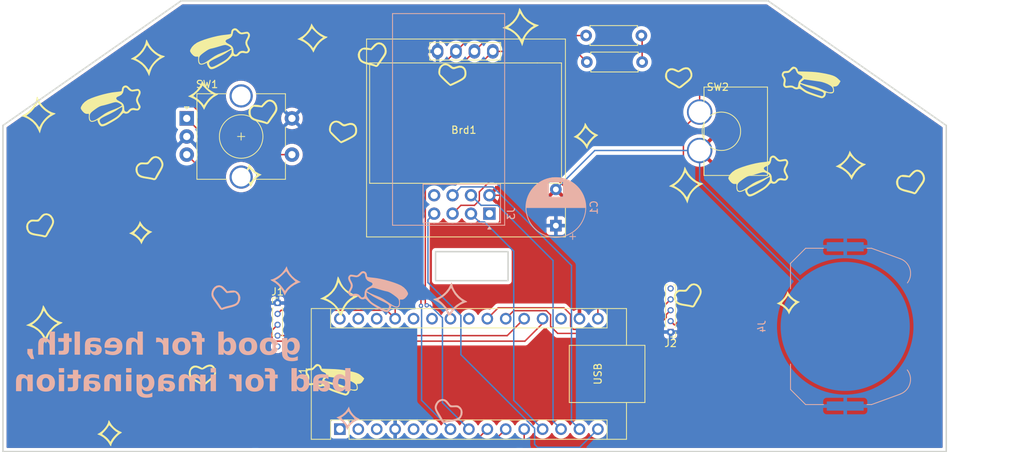
<source format=kicad_pcb>
(kicad_pcb (version 20241229) (generator "pcbnew") (generator_version "9.0")
  (layers (0 "F.Cu" signal) (2 "B.Cu" signal) (13 "F.Paste" user) (15 "B.Paste" user) (5 "F.SilkS" user "F.Silkscreen") (7 "B.SilkS" user "B.Silkscreen") (1 "F.Mask" user) (3 "B.Mask" user) (25 "Edge.Cuts" user))
  (net 0 "")
  (net 3 "GND")
  (net 7 "SCK")
  (net 9 "B")
  (net 10 "A1")
  (net 13 "MISO")
  (net 14 "VCC")
  (net 16 "A3")
  (net 17 "A0")
  (net 18 "CSN")
  (net 19 "+5V")
  (net 20 "S1")
  (net 23 "CE")
  (net 24 "A2")
  (net 25 "A")
  (net 26 "MOSI")
  (net 32 "Net-(A1-D5)")
  (net 33 "Net-(A1-D4)")
  (net 34 "+3.3V")
  (footprint "Rotary_Encoder:RotaryEncoder_Alps_EC11E-Switch_Vertical_H20mm_CircularMountingHoles" (layer "F.Cu") (at 129.3148 87.5284)
    (property "Reference" "SW1" (at 2.8 -4.7 0) (layer "F.SilkS"))
    (property "Value" "RotaryEncoder_Switch")
    (pad "A" thru_hole rect (at 0 0) (size 2 2) (drill 1) (layers "*.Cu" "*.Mask") (net 25 "A"))
    (pad "B" thru_hole circle (at 0 5) (size 2 2) (drill 1) (layers "*.Cu" "*.Mask") (net 9 "B"))
    (pad "C" thru_hole circle (at 0 2.5) (size 2 2) (drill 1) (layers "*.Cu" "*.Mask") (net 3 "GND"))
    (pad "MP" thru_hole circle (at 7.5 -3.1) (size 3.2 3.2) (drill 2.6) (layers "*.Cu" "*.Mask"))
    (pad "MP" thru_hole circle (at 7.5 8.1) (size 3.2 3.2) (drill 2.6) (layers "*.Cu" "*.Mask"))
    (pad "S1" thru_hole circle (at 14.5 5) (size 2 2) (drill 1) (layers "*.Cu" "*.Mask") (net 20 "S1"))
    (pad "S2" thru_hole circle (at 14.5 0) (size 2 2) (drill 1) (layers "*.Cu" "*.Mask") (net 3 "GND"))
  )
  (footprint "LOGO" (layer "F.Cu") (at 170.2816 82.6008)
    (property "Reference" "G***" (hide yes))
    (property "Value" "LOGO" (hide yes))
  )
  (footprint "Button_Switch_THT:SW_CW_GPTS203211B" (layer "F.Cu") (at 200 86.6564)
    (property "Reference" "SW2" (at 2.5 -3.45 0) (layer "F.SilkS"))
    (property "Value" "SW_SPST")
    (pad "1" thru_hole circle (at 0 0) (size 3.5 3.5) (drill 3) (layers "*.Cu" "*.Mask") (net 19 "+5V"))
    (pad "2" thru_hole circle (at 0 5.3) (size 3.5 3.5) (drill 3) (layers "*.Cu" "*.Mask") (net 14 "VCC"))
  )
  (footprint "Connector_PinHeader_1.00mm:PinHeader_1x05_P1.00mm_Vertical" (layer "F.Cu") (at 141.8336 113)
    (property "Reference" "J1" (at 0 -1.56 0) (layer "F.SilkS"))
    (property "Value" "KY_032_Joystick")
    (pad "1" thru_hole rect (at 0 0) (size 0.85 0.85) (drill 0.5) (layers "*.Cu" "*.Mask") (net 3 "GND"))
    (pad "2" thru_hole oval (at 0 1.5) (size 0.85 0.85) (drill 0.5) (layers "*.Cu" "*.Mask") (net 19 "+5V"))
    (pad "3" thru_hole oval (at 0 3) (size 0.85 0.85) (drill 0.5) (layers "*.Cu" "*.Mask") (net 17 "A0"))
    (pad "4" thru_hole oval (at 0 4.5) (size 0.85 0.85) (drill 0.5) (layers "*.Cu" "*.Mask") (net 10 "A1"))
    (pad "5" thru_hole oval (at 0 6) (size 0.85 0.85) (drill 0.5) (layers "*.Cu" "*.Mask"))
  )
  (footprint "Resistor_THT:R_Axial_DIN0207_L6.3mm_D2.5mm_P7.62mm_Horizontal" (layer "F.Cu") (at 184.4548 79.756)
    (property "Reference" "R2" (hide yes))
    (property "Value" "R" (hide yes))
    (pad "1" thru_hole circle (at 0 0) (size 1.6 1.6) (drill 0.8) (layers "*.Cu" "*.Mask") (net 32 "Net-(A1-D5)"))
    (pad "2" thru_hole oval (at 7.62 0) (size 1.6 1.6) (drill 0.8) (layers "*.Cu" "*.Mask") (net 34 "+3.3V"))
  )
  (footprint "LOGO" (layer "F.Cu") (at 155.213706 90.491192)
    (property "Reference" "G***" (hide yes))
    (property "Value" "LOGO" (hide yes))
  )
  (footprint "LOGO" (layer "F.Cu") (at 244.461711 100.162628)
    (property "Reference" "G***" (hide yes))
    (property "Value" "LOGO" (hide yes))
  )
  (footprint "Connector_PinHeader_1.00mm:PinHeader_1x05_P1.00mm_Vertical" (layer "F.Cu") (at 196 117 180)
    (property "Reference" "J2" (at 0 -1.56 0) (layer "F.SilkS"))
    (property "Value" "KY_032_Joystick")
    (pad "1" thru_hole rect (at 0 0 180) (size 0.85 0.85) (drill 0.5) (layers "*.Cu" "*.Mask") (net 3 "GND"))
    (pad "2" thru_hole oval (at 0 1.5 180) (size 0.85 0.85) (drill 0.5) (layers "*.Cu" "*.Mask") (net 19 "+5V"))
    (pad "3" thru_hole oval (at 0 3 180) (size 0.85 0.85) (drill 0.5) (layers "*.Cu" "*.Mask") (net 24 "A2"))
    (pad "4" thru_hole oval (at 0 4.5 180) (size 0.85 0.85) (drill 0.5) (layers "*.Cu" "*.Mask") (net 16 "A3"))
    (pad "5" thru_hole oval (at 0 6 180) (size 0.85 0.85) (drill 0.5) (layers "*.Cu" "*.Mask"))
  )
  (footprint "SSD1306:128x64OLED" (layer "F.Cu") (at 167.5008 88.8828)
    (property "Reference" "Brd1" (at 0 0.254 0) (layer "F.SilkS"))
    (property "Value" "SSD1306")
    (pad "1" thru_hole oval (at -3.62 -10.6 90) (size 2 1.6) (drill 1) (layers "*.Cu" "*.Mask") (net 3 "GND"))
    (pad "2" thru_hole oval (at -1.08 -10.6 90) (size 2 1.6) (drill 1) (layers "*.Cu" "*.Mask") (net 19 "+5V"))
    (pad "3" thru_hole oval (at 1.46 -10.6 90) (size 2 1.6) (drill 1) (layers "*.Cu" "*.Mask") (net 33 "Net-(A1-D4)"))
    (pad "4" thru_hole oval (at 4 -10.6 90) (size 2 1.6) (drill 1) (layers "*.Cu" "*.Mask") (net 32 "Net-(A1-D5)"))
  )
  (footprint "Resistor_THT:R_Axial_DIN0207_L6.3mm_D2.5mm_P7.62mm_Horizontal" (layer "F.Cu") (at 184.3532 76.0984)
    (property "Reference" "R1" (hide yes))
    (property "Value" "R" (hide yes))
    (pad "1" thru_hole circle (at 0 0) (size 1.6 1.6) (drill 0.8) (layers "*.Cu" "*.Mask") (net 33 "Net-(A1-D4)"))
    (pad "2" thru_hole oval (at 7.62 0) (size 1.6 1.6) (drill 0.8) (layers "*.Cu" "*.Mask") (net 34 "+3.3V"))
  )
  (footprint "Module:Arduino_Nano" (layer "F.Cu") (at 150.4188 130.4036 90)
    (property "Reference" "A1" (at 7.62 -5.08 90) (layer "F.SilkS"))
    (property "Value" "Arduino_Nano_v3.x")
    (fp_text user "USB" (at 7.62 35.56 90) (layer "F.SilkS"))
    (pad "1" thru_hole rect (at 0 0 90) (size 1.6 1.6) (drill 1) (layers "*.Cu" "*.Mask"))
    (pad "2" thru_hole oval (at 0 2.54 90) (size 1.6 1.6) (drill 1) (layers "*.Cu" "*.Mask"))
    (pad "3" thru_hole oval (at 0 5.08 90) (size 1.6 1.6) (drill 1) (layers "*.Cu" "*.Mask"))
    (pad "4" thru_hole oval (at 0 7.62 90) (size 1.6 1.6) (drill 1) (layers "*.Cu" "*.Mask") (net 3 "GND"))
    (pad "5" thru_hole oval (at 0 10.16 90) (size 1.6 1.6) (drill 1) (layers "*.Cu" "*.Mask"))
    (pad "6" thru_hole oval (at 0 12.7 90) (size 1.6 1.6) (drill 1) (layers "*.Cu" "*.Mask"))
    (pad "7" thru_hole oval (at 0 15.24 90) (size 1.6 1.6) (drill 1) (layers "*.Cu" "*.Mask") (net 33 "Net-(A1-D4)"))
    (pad "8" thru_hole oval (at 0 17.78 90) (size 1.6 1.6) (drill 1) (layers "*.Cu" "*.Mask") (net 32 "Net-(A1-D5)"))
    (pad "9" thru_hole oval (at 0 20.32 90) (size 1.6 1.6) (drill 1) (layers "*.Cu" "*.Mask") (net 25 "A"))
    (pad "10" thru_hole oval (at 0 22.86 90) (size 1.6 1.6) (drill 1) (layers "*.Cu" "*.Mask") (net 9 "B"))
    (pad "11" thru_hole oval (at 0 25.4 90) (size 1.6 1.6) (drill 1) (layers "*.Cu" "*.Mask") (net 20 "S1"))
    (pad "12" thru_hole oval (at 0 27.94 90) (size 1.6 1.6) (drill 1) (layers "*.Cu" "*.Mask") (net 23 "CE"))
    (pad "13" thru_hole oval (at 0 30.48 90) (size 1.6 1.6) (drill 1) (layers "*.Cu" "*.Mask") (net 18 "CSN"))
    (pad "14" thru_hole oval (at 0 33.02 90) (size 1.6 1.6) (drill 1) (layers "*.Cu" "*.Mask") (net 26 "MOSI"))
    (pad "15" thru_hole oval (at 0 35.56 90) (size 1.6 1.6) (drill 1) (layers "*.Cu" "*.Mask") (net 13 "MISO"))
    (pad "16" thru_hole oval (at 15.24 35.56 90) (size 1.6 1.6) (drill 1) (layers "*.Cu" "*.Mask") (net 7 "SCK"))
    (pad "17" thru_hole oval (at 15.24 33.02 90) (size 1.6 1.6) (drill 1) (layers "*.Cu" "*.Mask") (net 14 "VCC"))
    (pad "18" thru_hole oval (at 15.24 30.48 90) (size 1.6 1.6) (drill 1) (layers "*.Cu" "*.Mask"))
    (pad "19" thru_hole oval (at 15.24 27.94 90) (size 1.6 1.6) (drill 1) (layers "*.Cu" "*.Mask") (net 17 "A0"))
    (pad "20" thru_hole oval (at 15.24 25.4 90) (size 1.6 1.6) (drill 1) (layers "*.Cu" "*.Mask") (net 10 "A1"))
    (pad "21" thru_hole oval (at 15.24 22.86 90) (size 1.6 1.6) (drill 1) (layers "*.Cu" "*.Mask") (net 24 "A2"))
    (pad "22" thru_hole oval (at 15.24 20.32 90) (size 1.6 1.6) (drill 1) (layers "*.Cu" "*.Mask") (net 16 "A3"))
    (pad "23" thru_hole oval (at 15.24 17.78 90) (size 1.6 1.6) (drill 1) (layers "*.Cu" "*.Mask"))
    (pad "24" thru_hole oval (at 15.24 15.24 90) (size 1.6 1.6) (drill 1) (layers "*.Cu" "*.Mask"))
    (pad "25" thru_hole oval (at 15.24 12.7 90) (size 1.6 1.6) (drill 1) (layers "*.Cu" "*.Mask"))
    (pad "26" thru_hole oval (at 15.24 10.16 90) (size 1.6 1.6) (drill 1) (layers "*.Cu" "*.Mask"))
    (pad "27" thru_hole oval (at 15.24 7.62 90) (size 1.6 1.6) (drill 1) (layers "*.Cu" "*.Mask") (net 19 "+5V"))
    (pad "28" thru_hole oval (at 15.24 5.08 90) (size 1.6 1.6) (drill 1) (layers "*.Cu" "*.Mask"))
    (pad "29" thru_hole oval (at 15.24 2.54 90) (size 1.6 1.6) (drill 1) (layers "*.Cu" "*.Mask"))
    (pad "30" thru_hole oval (at 15.24 0 90) (size 1.6 1.6) (drill 1) (layers "*.Cu" "*.Mask"))
  )
  (footprint "Capacitor_THT:CP_Radial_D8.0mm_P5.00mm" (layer "B.Cu") (at 180.1876 102.326251 90)
    (property "Reference" "C1" (at 2.5 5.25 90) (layer "B.SilkS") (effects (justify mirror)))
    (property "Value" "C" (hide yes))
    (pad "1" thru_hole rect (at 0 0 90) (size 1.6 1.6) (drill 0.8) (layers "*.Cu" "*.Mask") (net 3 "GND"))
    (pad "2" thru_hole circle (at 5 0 90) (size 1.6 1.6) (drill 0.8) (layers "*.Cu" "*.Mask") (net 14 "VCC"))
  )
  (footprint "LOGO" (layer "B.Cu") (at 119.309494 116.110283 180)
    (property "Reference" "G***" (hide yes))
    (property "Value" "LOGO" (hide yes))
  )
  (footprint "RF_Module:nRF24L01_Breakout" (layer "B.Cu") (at 171.0298 100.6735 90)
    (property "Reference" "J3" (at 0 3 90) (layer "B.SilkS") (effects (justify mirror)))
    (property "Value" "NRF24L01 + PA")
    (pad "1" thru_hole rect (at 0 0 90) (size 1.7 1.7) (drill 1) (layers "*.Cu" "*.Mask") (net 3 "GND"))
    (pad "2" thru_hole circle (at 2.54 0 90) (size 1.7 1.7) (drill 1) (layers "*.Cu" "*.Mask") (net 14 "VCC"))
    (pad "3" thru_hole circle (at 0 -2.54 90) (size 1.7 1.7) (drill 1) (layers "*.Cu" "*.Mask") (net 23 "CE"))
    (pad "4" thru_hole circle (at 2.54 -2.54 90) (size 1.7 1.7) (drill 1) (layers "*.Cu" "*.Mask") (net 18 "CSN"))
    (pad "5" thru_hole circle (at 0 -5.08 90) (size 1.7 1.7) (drill 1) (layers "*.Cu" "*.Mask") (net 7 "SCK"))
    (pad "6" thru_hole circle (at 2.54 -5.08 90) (size 1.7 1.7) (drill 1) (layers "*.Cu" "*.Mask") (net 26 "MOSI"))
    (pad "7" thru_hole circle (at 0 -7.62 90) (size 1.7 1.7) (drill 1) (layers "*.Cu" "*.Mask") (net 13 "MISO"))
    (pad "8" thru_hole circle (at 2.54 -7.62 90) (size 1.7 1.7) (drill 1) (layers "*.Cu" "*.Mask"))
  )
  (footprint "Battery:BatteryHolder_Keystone_3034_1x20mm" (layer "B.Cu") (at 220.0656 116.2304 -90)
    (property "Reference" "J4" (at 0 11.5 90) (layer "B.SilkS") (effects (justify mirror)))
    (property "Value" "7.4v 450mah li-po battery")
    (pad "1" smd rect (at -10.985 0 270) (size 1.27 5.08) (layers "B.Cu" "B.Mask" "B.Paste") (net 3 "GND"))
    (pad "1" smd rect (at 10.985 0 270) (size 1.27 5.08) (layers "B.Cu" "B.Mask" "B.Paste") (net 3 "GND"))
    (pad "2" smd circle (at 0 0 270) (size 17.8 17.8) (layers "B.Cu" "B.Mask") (net 14 "VCC"))
  )
  (gr_line (start 233.9876 133.5024) (end 233.9876 88.5024) (stroke (width 0.2)) (layer "Edge.Cuts"))
  (gr_line (start 128.562161 71.295107) (end 209.413039 71.295107) (stroke (width 0.2)) (layer "Edge.Cuts"))
  (gr_line (start 103.9876 88.5024) (end 128.562161 71.295107) (stroke (width 0.2)) (layer "Edge.Cuts"))
  (gr_line (start 103.9876 133.5024) (end 103.9876 88.5024) (stroke (width 0.2)) (layer "Edge.Cuts"))
  (gr_line (start 103.9876 133.5024) (end 233.9876 133.5024) (stroke (width 0.2)) (layer "Edge.Cuts"))
  (gr_line (start 233.9876 88.5024) (end 209.413039 71.295107) (stroke (width 0.2)) (layer "Edge.Cuts"))
  (gr_rect (start 163.6106 105.918) (end 173.5998 109.918) (stroke (width 0.2)) (fill no) (layer "Edge.Cuts"))
  (gr_text "good for health, \nbad for imagination" (at 105.4608 125.6792 0) (layer "B.SilkS") (effects (font (size 3 3) (thickness 0.3) (bold yes)) (justify right bottom mirror)))
  (segment (start 167.1008 99.5225) (end 165.9498 100.6735) (width 0.2) (layer "F.Cu") (net 7))
  (segment (start 169.6408 97.65674) (end 169.6408 98.84826) (width 0.2) (layer "F.Cu") (net 7))
  (segment (start 171.072289 96.225251) (end 169.6408 97.65674) (width 0.2) (layer "F.Cu") (net 7))
  (segment (start 185.9788 115.1636) (end 185.9788 101.560401) (width 0.2) (layer "F.Cu") (net 7))
  (segment (start 168.96656 99.5225) (end 167.1008 99.5225) (width 0.2) (layer "F.Cu") (net 7))
  (segment (start 180.64365 96.225251) (end 171.072289 96.225251) (width 0.2) (layer "F.Cu") (net 7))
  (segment (start 185.9788 101.560401) (end 180.64365 96.225251) (width 0.2) (layer "F.Cu") (net 7))
  (segment (start 169.6408 98.84826) (end 168.96656 99.5225) (width 0.2) (layer "F.Cu") (net 7))
  (segment (start 141.3904 132.5004) (end 131.4196 122.5296) (width 0.2) (layer "F.Cu") (net 9))
  (segment (start 131.4196 94.6332) (end 129.3148 92.5284) (width 0.2) (layer "F.Cu") (net 9))
  (segment (start 171.182 132.5004) (end 141.3904 132.5004) (width 0.2) (layer "F.Cu") (net 9))
  (segment (start 173.2788 130.4036) (end 171.182 132.5004) (width 0.2) (layer "F.Cu") (net 9))
  (segment (start 131.4196 122.5296) (end 131.4196 94.6332) (width 0.2) (layer "F.Cu") (net 9))
  (segment (start 173.4824 117.5) (end 141.8336 117.5) (width 0.2) (layer "F.Cu") (net 10))
  (segment (start 175.8188 115.1636) (end 173.4824 117.5) (width 0.2) (layer "F.Cu") (net 10))
  (segment (start 177.2578 132.503) (end 177.6562 132.9014) (width 0.2) (layer "B.Cu") (net 13))
  (segment (start 162.5598 110.185) (end 167.0978 114.723) (width 0.2) (layer "B.Cu") (net 13))
  (segment (start 177.6562 132.9014) (end 183.481 132.9014) (width 0.2) (layer "B.Cu") (net 13))
  (segment (start 163.4098 100.6735) (end 162.5598 101.5235) (width 0.2) (layer "B.Cu") (net 13))
  (segment (start 162.5598 101.5235) (end 162.5598 110.185) (width 0.2) (layer "B.Cu") (net 13))
  (segment (start 183.481 132.9014) (end 185.9788 130.4036) (width 0.2) (layer "B.Cu") (net 13))
  (segment (start 177.2578 130.28555) (end 177.2578 132.503) (width 0.2) (layer "B.Cu") (net 13))
  (segment (start 167.0978 114.723) (end 167.0978 120.12555) (width 0.2) (layer "B.Cu") (net 13))
  (segment (start 167.0978 120.12555) (end 177.2578 130.28555) (width 0.2) (layer "B.Cu") (net 13))
  (segment (start 183.4388 115.1636) (end 183.4388 100.577451) (width 0.2) (layer "F.Cu") (net 14))
  (segment (start 183.4388 100.577451) (end 180.1876 97.326251) (width 0.2) (layer "F.Cu") (net 14))
  (segment (start 179.380351 98.1335) (end 180.1876 97.326251) (width 0.2) (layer "F.Cu") (net 14))
  (segment (start 171.0298 98.1335) (end 179.380351 98.1335) (width 0.2) (layer "F.Cu") (net 14))
  (segment (start 200 96.1648) (end 220.0656 116.2304) (width 0.2) (layer "B.Cu") (net 14))
  (segment (start 200 91.9564) (end 200 96.1648) (width 0.2) (layer "B.Cu") (net 14))
  (segment (start 185.557451 91.9564) (end 180.1876 97.326251) (width 0.2) (layer "B.Cu") (net 14))
  (segment (start 200 91.9564) (end 185.557451 91.9564) (width 0.2) (layer "B.Cu") (net 14))
  (segment (start 193.19506 115.30494) (end 196 112.5) (width 0.2) (layer "F.Cu") (net 16))
  (segment (start 182.2196 116.229992) (end 182.626408 116.6368) (width 0.2) (layer "F.Cu") (net 16))
  (segment (start 181.29185 113.6616) (end 182.2196 114.58935) (width 0.2) (layer "F.Cu") (net 16))
  (segment (start 193.19506 116.6368) (end 193.19506 115.30494) (width 0.2) (layer "F.Cu") (net 16))
  (segment (start 172.2408 113.6616) (end 181.29185 113.6616) (width 0.2) (layer "F.Cu") (net 16))
  (segment (start 182.626408 116.6368) (end 193.19506 116.6368) (width 0.2) (layer "F.Cu") (net 16))
  (segment (start 182.2196 114.58935) (end 182.2196 116.229992) (width 0.2) (layer "F.Cu") (net 16))
  (segment (start 170.7388 115.1636) (end 172.2408 113.6616) (width 0.2) (layer "F.Cu") (net 16))
  (segment (start 175.9204 118.2624) (end 178.3588 115.824) (width 0.2) (layer "F.Cu") (net 17))
  (segment (start 141.0716 116.762) (end 141.0716 118.2624) (width 0.2) (layer "F.Cu") (net 17))
  (segment (start 178.3588 115.824) (end 178.3588 115.1636) (width 0.2) (layer "F.Cu") (net 17))
  (segment (start 141.0716 118.2624) (end 175.9204 118.2624) (width 0.2) (layer "F.Cu") (net 17))
  (segment (start 141.8336 116) (end 141.0716 116.762) (width 0.2) (layer "F.Cu") (net 17))
  (segment (start 141.8336 116) (end 142.0982 116.2646) (width 0.2) (layer "F.Cu") (net 17))
  (segment (start 172.1772 99.5189) (end 179.7978 107.1395) (width 0.2) (layer "B.Cu") (net 18))
  (segment (start 168.4898 98.1335) (end 169.8752 99.5189) (width 0.2) (layer "B.Cu") (net 18))
  (segment (start 179.7978 107.1395) (end 179.7978 129.3026) (width 0.2) (layer "B.Cu") (net 18))
  (segment (start 169.8752 99.5189) (end 172.1772 99.5189) (width 0.2) (layer "B.Cu") (net 18))
  (segment (start 179.7978 129.3026) (end 180.8988 130.4036) (width 0.2) (layer "B.Cu") (net 18))
  (segment (start 170.942 73.7616) (end 166.4208 78.2828) (width 0.2) (layer "F.Cu") (net 19))
  (segment (start 200 86.6564) (end 200 80.7216) (width 0.2) (layer "F.Cu") (net 19))
  (segment (start 200 86.6564) (end 197.7644 88.892) (width 0.2) (layer "F.Cu") (net 19))
  (segment (start 200 80.7216) (end 193.04 73.7616) (width 0.2) (layer "F.Cu") (net 19))
  (segment (start 156.8752 114) (end 142.3336 114) (width 0.2) (layer "F.Cu") (net 19))
  (segment (start 197.7644 114.83664) (end 196.60104 116) (width 0.2) (layer "F.Cu") (net 19))
  (segment (start 197.7644 88.892) (end 197.7644 114.83664) (width 0.2) (layer "F.Cu") (net 19))
  (segment (start 142.3336 114) (end 141.8336 114.5) (width 0.2) (layer "F.Cu") (net 19))
  (segment (start 196.5 116) (end 196 115.5) (width 0.2) (layer "F.Cu") (net 19))
  (segment (start 196.60104 116) (end 196.5 116) (width 0.2) (layer "F.Cu") (net 19))
  (segment (start 166.4208 78.2828) (end 158.0388 86.6648) (width 0.2) (layer "F.Cu") (net 19))
  (segment (start 158.0388 86.6648) (end 158.0388 115.1636) (width 0.2) (layer "F.Cu") (net 19))
  (segment (start 193.04 73.7616) (end 170.942 73.7616) (width 0.2) (layer "F.Cu") (net 19))
  (segment (start 156.8752 114) (end 158.0388 115.1636) (width 0.2) (layer "F.Cu") (net 19))
  (segment (start 136.9168 92.5284) (end 130.2404 85.852) (width 0.2) (layer "F.Cu") (net 20))
  (segment (start 124.9172 85.852) (end 124.9172 118.5164) (width 0.2) (layer "F.Cu") (net 20))
  (segment (start 175.8188 130.4036) (end 175.8188 131.733) (width 0.2) (layer "F.Cu") (net 20))
  (segment (start 130.2404 85.852) (end 124.9172 85.852) (width 0.2) (layer "F.Cu") (net 20))
  (segment (start 175.8188 131.733) (end 174.6504 132.9014) (width 0.2) (layer "F.Cu") (net 20))
  (segment (start 143.8148 92.5284) (end 136.9168 92.5284) (width 0.2) (layer "F.Cu") (net 20))
  (segment (start 139.3022 132.9014) (end 148.2344 132.9014) (width 0.2) (layer "F.Cu") (net 20))
  (segment (start 124.9172 118.5164) (end 139.3022 132.9014) (width 0.2) (layer "F.Cu") (net 20))
  (segment (start 174.6504 132.9014) (end 147.3708 132.9014) (width 0.2) (layer "F.Cu") (net 20))
  (segment (start 178.3588 130.4036) (end 174.3798 126.4246) (width 0.2) (layer "B.Cu") (net 23))
  (segment (start 174.3798 126.4246) (end 174.3798 105.848058) (width 0.2) (layer "B.Cu") (net 23))
  (segment (start 169.6408 101.8245) (end 168.4898 100.6735) (width 0.2) (layer "B.Cu") (net 23))
  (segment (start 174.3798 105.848058) (end 170.356242 101.8245) (width 0.2) (layer "B.Cu") (net 23))
  (segment (start 170.356242 101.8245) (end 169.6408 101.8245) (width 0.2) (layer "B.Cu") (net 23))
  (segment (start 195.39896 114.60104) (end 195.39896 115) (width 0.2) (layer "F.Cu") (net 24))
  (segment (start 179.4598 114.639) (end 179.4598 116.2138) (width 0.2) (layer "F.Cu") (net 24))
  (segment (start 196 114) (end 195.39896 114.60104) (width 0.2) (layer "F.Cu") (net 24))
  (segment (start 178.8834 114.0626) (end 179.4598 114.639) (width 0.2) (layer "F.Cu") (net 24))
  (segment (start 179.4598 116.2138) (end 180.4416 117.1956) (width 0.2) (layer "F.Cu") (net 24))
  (segment (start 173.2788 115.1636) (end 174.3798 114.0626) (width 0.2) (layer "F.Cu") (net 24))
  (segment (start 193.20336 117.1956) (end 195.39896 115) (width 0.2) (layer "F.Cu") (net 24))
  (segment (start 174.3798 114.0626) (end 178.8834 114.0626) (width 0.2) (layer "F.Cu") (net 24))
  (segment (start 180.4416 117.1956) (end 193.20336 117.1956) (width 0.2) (layer "F.Cu") (net 24))
  (segment (start 129.3148 87.5284) (end 131.826 90.0396) (width 0.2) (layer "F.Cu") (net 25))
  (segment (start 141.5565 132.0994) (end 169.043 132.0994) (width 0.2) (layer "F.Cu") (net 25))
  (segment (start 131.826 122.3689) (end 141.5565 132.0994) (width 0.2) (layer "F.Cu") (net 25))
  (segment (start 131.826 90.0396) (end 131.826 122.3689) (width 0.2) (layer "F.Cu") (net 25))
  (segment (start 169.043 132.0994) (end 170.7388 130.4036) (width 0.2) (layer "F.Cu") (net 25))
  (segment (start 182.3378 107.81374) (end 171.50656 96.9825) (width 0.2) (layer "B.Cu") (net 26))
  (segment (start 171.50656 96.9825) (end 167.1008 96.9825) (width 0.2) (layer "B.Cu") (net 26))
  (segment (start 167.1008 96.9825) (end 165.9498 98.1335) (width 0.2) (layer "B.Cu") (net 26))
  (segment (start 183.4388 130.4036) (end 182.3378 129.3026) (width 0.2) (layer "B.Cu") (net 26))
  (segment (start 182.3378 129.3026) (end 182.3378 107.81374) (width 0.2) (layer "B.Cu") (net 26))
  (segment (start 171.5008 78.2828) (end 163.2204 86.5632) (width 0.2) (layer "F.Cu") (net 32))
  (segment (start 162.1958 113.122923) (end 162.39204 113.319163) (width 0.2) (layer "F.Cu") (net 32))
  (segment (start 162.1958 87.537) (end 162.1958 113.122923) (width 0.2) (layer "F.Cu") (net 32))
  (segment (start 182.9816 78.2828) (end 184.4548 79.756) (width 0.2) (layer "F.Cu") (net 32))
  (segment (start 163.2204 86.5632) (end 163.1696 86.5632) (width 0.2) (layer "F.Cu") (net 32))
  (segment (start 163.1696 86.5632) (end 162.1958 87.537) (width 0.2) (layer "F.Cu") (net 32))
  (segment (start 171.5008 78.2828) (end 182.9816 78.2828) (width 0.2) (layer "F.Cu") (net 32))
  (via (at 162.39204 113.319163) (size 0.6) (drill 0.3) (layers "F.Cu" "B.Cu") (net 32))
  (segment (start 164.5578 126.7626) (end 168.1988 130.4036) (width 0.2) (layer "B.Cu") (net 32))
  (segment (start 162.831413 113.319163) (end 164.5578 115.04555) (width 0.2) (layer "B.Cu") (net 32))
  (segment (start 162.39204 113.319163) (end 162.831413 113.319163) (width 0.2) (layer "B.Cu") (net 32))
  (segment (start 164.5578 115.04555) (end 164.5578 126.7626) (width 0.2) (layer "B.Cu") (net 32))
  (segment (start 171.1452 76.0984) (end 168.9608 78.2828) (width 0.2) (layer "F.Cu") (net 33))
  (segment (start 168.9608 78.2828) (end 161.5948 85.6488) (width 0.2) (layer "F.Cu") (net 33))
  (segment (start 184.3532 76.0984) (end 171.1452 76.0984) (width 0.2) (layer "F.Cu") (net 33))
  (segment (start 161.5948 85.6488) (end 161.5948 113.3856) (width 0.2) (layer "F.Cu") (net 33))
  (via (at 161.5948 113.3856) (size 0.6) (drill 0.3) (layers "F.Cu" "B.Cu") (net 33))
  (segment (start 161.6798 113.4706) (end 161.6798 126.4246) (width 0.2) (layer "B.Cu") (net 33))
  (segment (start 161.5948 113.3856) (end 161.6798 113.4706) (width 0.2) (layer "B.Cu") (net 33))
  (segment (start 161.6798 126.4246) (end 165.6588 130.4036) (width 0.2) (layer "B.Cu") (net 33))
  (segment (start 192.0748 76.2) (end 191.9732 76.0984) (width 0.2) (layer "F.Cu") (net 34))
  (segment (start 192.0748 79.756) (end 192.0748 76.2) (width 0.2) (layer "F.Cu") (net 34))
  (zone (net 14) (net_name "VCC") (layer "F.Cu") (connect_pads (clearance 0.5)) (min_thickness 0.25) (fill yes (thermal_gap 0.5) (thermal_bridge_width 0.5))
    (polygon (pts (xy 128.5748 71.3232) (xy 209.2452 71.2724) (xy 233.7308 88.2396) (xy 233.9848 133.4008) (xy 103.9876 133.4008) (xy 104.0384 88.4936)))
  )
  (zone (net 3) (net_name "GND") (layer "B.Cu") (priority 1) (connect_pads (clearance 0.5)) (min_thickness 0.25) (fill yes (thermal_gap 0.5) (thermal_bridge_width 0.5))
    (polygon (pts (xy 128.5748 71.3232) (xy 209.1436 71.3232) (xy 233.934 88.7476) (xy 234.0356 133.1976) (xy 104.0384 133.4516) (xy 103.9876 88.5952)))
  )
)
</source>
